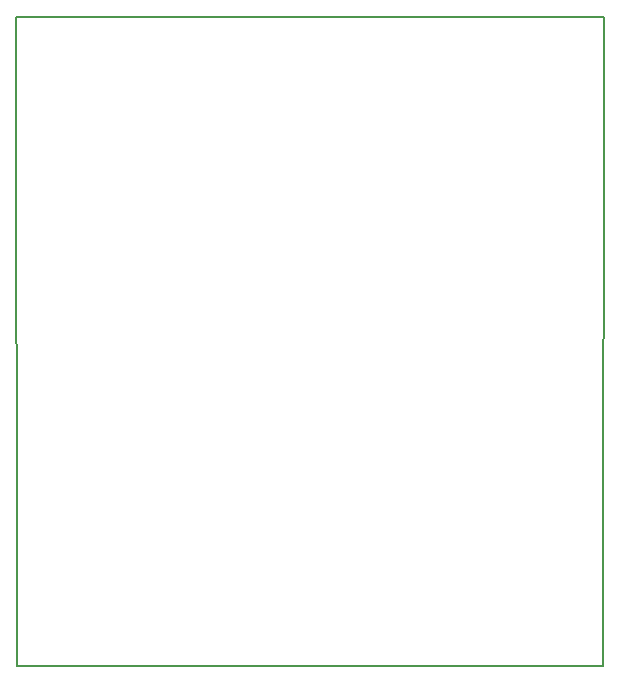
<source format=gbr>
G04 #@! TF.GenerationSoftware,KiCad,Pcbnew,5.1.0*
G04 #@! TF.CreationDate,2019-05-01T02:44:57+08:00*
G04 #@! TF.ProjectId,reflow-toaster-mainboard,7265666c-6f77-42d7-946f-61737465722d,rev?*
G04 #@! TF.SameCoordinates,Original*
G04 #@! TF.FileFunction,Profile,NP*
%FSLAX46Y46*%
G04 Gerber Fmt 4.6, Leading zero omitted, Abs format (unit mm)*
G04 Created by KiCad (PCBNEW 5.1.0) date 2019-05-01 02:44:57*
%MOMM*%
%LPD*%
G04 APERTURE LIST*
%ADD10C,0.150000*%
G04 APERTURE END LIST*
D10*
X171000000Y-54500000D02*
X121200000Y-54500000D01*
X121300000Y-109400000D02*
X121200000Y-54500000D01*
X170900000Y-109400000D02*
X121300000Y-109400000D01*
X171000000Y-54500000D02*
X170900000Y-109400000D01*
M02*

</source>
